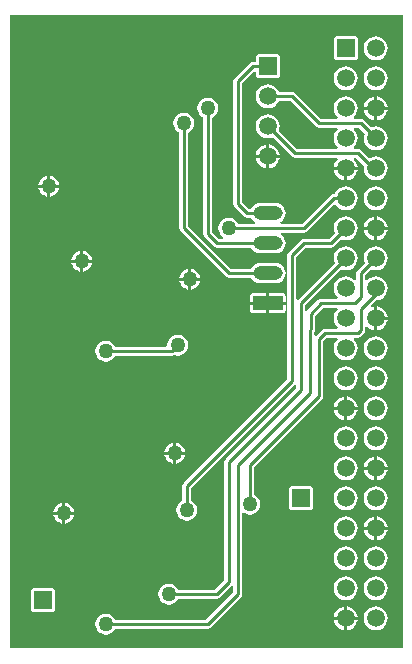
<source format=gbl>
G04 Layer_Physical_Order=10*
G04 Layer_Color=16711680*
%FSLAX25Y25*%
%MOIN*%
G70*
G01*
G75*
%ADD16C,0.01000*%
%ADD18R,0.05905X0.05905*%
%ADD19C,0.05905*%
%ADD20R,0.05905X0.05905*%
%ADD21R,0.09842X0.04724*%
%ADD22O,0.09842X0.04724*%
%ADD23C,0.05000*%
G36*
X131000Y0D02*
X0D01*
Y211000D01*
X131000D01*
Y0D01*
D02*
G37*
%LPC*%
G36*
X54500Y64500D02*
X51536D01*
X51590Y64086D01*
X51943Y63235D01*
X52504Y62504D01*
X53235Y61943D01*
X54086Y61590D01*
X54500Y61536D01*
Y64500D01*
D02*
G37*
G36*
X122500Y63921D02*
Y60500D01*
X125921D01*
X125851Y61032D01*
X125453Y61993D01*
X124819Y62819D01*
X123993Y63453D01*
X123032Y63851D01*
X122500Y63921D01*
D02*
G37*
G36*
X58464Y64500D02*
X55500D01*
Y61536D01*
X55914Y61590D01*
X56765Y61943D01*
X57496Y62504D01*
X58057Y63235D01*
X58410Y64086D01*
X58464Y64500D01*
D02*
G37*
G36*
X55500Y68464D02*
Y65500D01*
X58464D01*
X58410Y65914D01*
X58057Y66765D01*
X57496Y67496D01*
X56765Y68057D01*
X55914Y68410D01*
X55500Y68464D01*
D02*
G37*
G36*
X54500D02*
X54086Y68410D01*
X53235Y68057D01*
X52504Y67496D01*
X51943Y66765D01*
X51590Y65914D01*
X51536Y65500D01*
X54500D01*
Y68464D01*
D02*
G37*
G36*
X112000Y63987D02*
X110968Y63851D01*
X110007Y63453D01*
X109181Y62819D01*
X108547Y61993D01*
X108149Y61032D01*
X108013Y60000D01*
X108149Y58968D01*
X108547Y58007D01*
X109181Y57181D01*
X110007Y56547D01*
X110968Y56149D01*
X112000Y56013D01*
X113032Y56149D01*
X113993Y56547D01*
X114819Y57181D01*
X115453Y58007D01*
X115851Y58968D01*
X115987Y60000D01*
X115851Y61032D01*
X115453Y61993D01*
X114819Y62819D01*
X113993Y63453D01*
X113032Y63851D01*
X112000Y63987D01*
D02*
G37*
G36*
X99953Y53972D02*
X94047D01*
X93657Y53895D01*
X93326Y53674D01*
X93105Y53343D01*
X93028Y52953D01*
Y47047D01*
X93105Y46657D01*
X93326Y46326D01*
X93657Y46105D01*
X94047Y46028D01*
X99953D01*
X100343Y46105D01*
X100674Y46326D01*
X100895Y46657D01*
X100972Y47047D01*
Y52953D01*
X100895Y53343D01*
X100674Y53674D01*
X100343Y53895D01*
X99953Y53972D01*
D02*
G37*
G36*
X121500Y59500D02*
X118079D01*
X118149Y58968D01*
X118547Y58007D01*
X119181Y57181D01*
X120007Y56547D01*
X120968Y56149D01*
X121500Y56079D01*
Y59500D01*
D02*
G37*
G36*
Y63921D02*
X120968Y63851D01*
X120007Y63453D01*
X119181Y62819D01*
X118547Y61993D01*
X118149Y61032D01*
X118079Y60500D01*
X121500D01*
Y63921D01*
D02*
G37*
G36*
X125921Y59500D02*
X122500D01*
Y56079D01*
X123032Y56149D01*
X123993Y56547D01*
X124819Y57181D01*
X125453Y58007D01*
X125851Y58968D01*
X125921Y59500D01*
D02*
G37*
G36*
X112500Y83921D02*
Y80500D01*
X115921D01*
X115851Y81032D01*
X115453Y81993D01*
X114819Y82819D01*
X113993Y83453D01*
X113032Y83851D01*
X112500Y83921D01*
D02*
G37*
G36*
X111500D02*
X110968Y83851D01*
X110007Y83453D01*
X109181Y82819D01*
X108547Y81993D01*
X108149Y81032D01*
X108079Y80500D01*
X111500D01*
Y83921D01*
D02*
G37*
G36*
X112000Y93987D02*
X110968Y93851D01*
X110007Y93453D01*
X109181Y92819D01*
X108547Y91993D01*
X108149Y91032D01*
X108013Y90000D01*
X108149Y88968D01*
X108547Y88007D01*
X109181Y87181D01*
X110007Y86547D01*
X110968Y86149D01*
X112000Y86013D01*
X113032Y86149D01*
X113993Y86547D01*
X114819Y87181D01*
X115453Y88007D01*
X115851Y88968D01*
X115987Y90000D01*
X115851Y91032D01*
X115453Y91993D01*
X114819Y92819D01*
X113993Y93453D01*
X113032Y93851D01*
X112000Y93987D01*
D02*
G37*
G36*
X122000Y103987D02*
X120968Y103851D01*
X120007Y103453D01*
X119181Y102819D01*
X118547Y101993D01*
X118149Y101032D01*
X118013Y100000D01*
X118149Y98968D01*
X118547Y98007D01*
X119181Y97181D01*
X120007Y96547D01*
X120968Y96149D01*
X122000Y96013D01*
X123032Y96149D01*
X123993Y96547D01*
X124819Y97181D01*
X125453Y98007D01*
X125851Y98968D01*
X125987Y100000D01*
X125851Y101032D01*
X125453Y101993D01*
X124819Y102819D01*
X123993Y103453D01*
X123032Y103851D01*
X122000Y103987D01*
D02*
G37*
G36*
Y93987D02*
X120968Y93851D01*
X120007Y93453D01*
X119181Y92819D01*
X118547Y91993D01*
X118149Y91032D01*
X118013Y90000D01*
X118149Y88968D01*
X118547Y88007D01*
X119181Y87181D01*
X120007Y86547D01*
X120968Y86149D01*
X122000Y86013D01*
X123032Y86149D01*
X123993Y86547D01*
X124819Y87181D01*
X125453Y88007D01*
X125851Y88968D01*
X125987Y90000D01*
X125851Y91032D01*
X125453Y91993D01*
X124819Y92819D01*
X123993Y93453D01*
X123032Y93851D01*
X122000Y93987D01*
D02*
G37*
G36*
Y73987D02*
X120968Y73851D01*
X120007Y73453D01*
X119181Y72819D01*
X118547Y71993D01*
X118149Y71032D01*
X118013Y70000D01*
X118149Y68968D01*
X118547Y68007D01*
X119181Y67181D01*
X120007Y66547D01*
X120968Y66149D01*
X122000Y66013D01*
X123032Y66149D01*
X123993Y66547D01*
X124819Y67181D01*
X125453Y68007D01*
X125851Y68968D01*
X125987Y70000D01*
X125851Y71032D01*
X125453Y71993D01*
X124819Y72819D01*
X123993Y73453D01*
X123032Y73851D01*
X122000Y73987D01*
D02*
G37*
G36*
X112000D02*
X110968Y73851D01*
X110007Y73453D01*
X109181Y72819D01*
X108547Y71993D01*
X108149Y71032D01*
X108013Y70000D01*
X108149Y68968D01*
X108547Y68007D01*
X109181Y67181D01*
X110007Y66547D01*
X110968Y66149D01*
X112000Y66013D01*
X113032Y66149D01*
X113993Y66547D01*
X114819Y67181D01*
X115453Y68007D01*
X115851Y68968D01*
X115987Y70000D01*
X115851Y71032D01*
X115453Y71993D01*
X114819Y72819D01*
X113993Y73453D01*
X113032Y73851D01*
X112000Y73987D01*
D02*
G37*
G36*
X122000Y83987D02*
X120968Y83851D01*
X120007Y83453D01*
X119181Y82819D01*
X118547Y81993D01*
X118149Y81032D01*
X118013Y80000D01*
X118149Y78968D01*
X118547Y78007D01*
X119181Y77181D01*
X120007Y76547D01*
X120968Y76149D01*
X122000Y76013D01*
X123032Y76149D01*
X123993Y76547D01*
X124819Y77181D01*
X125453Y78007D01*
X125851Y78968D01*
X125987Y80000D01*
X125851Y81032D01*
X125453Y81993D01*
X124819Y82819D01*
X123993Y83453D01*
X123032Y83851D01*
X122000Y83987D01*
D02*
G37*
G36*
X115921Y79500D02*
X112500D01*
Y76079D01*
X113032Y76149D01*
X113993Y76547D01*
X114819Y77181D01*
X115453Y78007D01*
X115851Y78968D01*
X115921Y79500D01*
D02*
G37*
G36*
X111500D02*
X108079D01*
X108149Y78968D01*
X108547Y78007D01*
X109181Y77181D01*
X110007Y76547D01*
X110968Y76149D01*
X111500Y76079D01*
Y79500D01*
D02*
G37*
G36*
X122000Y53987D02*
X120968Y53851D01*
X120007Y53453D01*
X119181Y52819D01*
X118547Y51993D01*
X118149Y51032D01*
X118013Y50000D01*
X118149Y48968D01*
X118547Y48007D01*
X119181Y47181D01*
X120007Y46547D01*
X120968Y46149D01*
X122000Y46013D01*
X123032Y46149D01*
X123993Y46547D01*
X124819Y47181D01*
X125453Y48007D01*
X125851Y48968D01*
X125987Y50000D01*
X125851Y51032D01*
X125453Y51993D01*
X124819Y52819D01*
X123993Y53453D01*
X123032Y53851D01*
X122000Y53987D01*
D02*
G37*
G36*
X112000Y23987D02*
X110968Y23851D01*
X110007Y23453D01*
X109181Y22819D01*
X108547Y21993D01*
X108149Y21032D01*
X108013Y20000D01*
X108149Y18968D01*
X108547Y18007D01*
X109181Y17181D01*
X110007Y16547D01*
X110968Y16149D01*
X112000Y16013D01*
X113032Y16149D01*
X113993Y16547D01*
X114819Y17181D01*
X115453Y18007D01*
X115851Y18968D01*
X115987Y20000D01*
X115851Y21032D01*
X115453Y21993D01*
X114819Y22819D01*
X113993Y23453D01*
X113032Y23851D01*
X112000Y23987D01*
D02*
G37*
G36*
X13953Y19972D02*
X8047D01*
X7657Y19895D01*
X7326Y19674D01*
X7105Y19343D01*
X7028Y18953D01*
Y13047D01*
X7105Y12657D01*
X7326Y12326D01*
X7657Y12105D01*
X8047Y12028D01*
X13953D01*
X14343Y12105D01*
X14674Y12326D01*
X14895Y12657D01*
X14972Y13047D01*
Y18953D01*
X14895Y19343D01*
X14674Y19674D01*
X14343Y19895D01*
X13953Y19972D01*
D02*
G37*
G36*
X122000Y23987D02*
X120968Y23851D01*
X120007Y23453D01*
X119181Y22819D01*
X118547Y21993D01*
X118149Y21032D01*
X118013Y20000D01*
X118149Y18968D01*
X118547Y18007D01*
X119181Y17181D01*
X120007Y16547D01*
X120968Y16149D01*
X122000Y16013D01*
X123032Y16149D01*
X123993Y16547D01*
X124819Y17181D01*
X125453Y18007D01*
X125851Y18968D01*
X125987Y20000D01*
X125851Y21032D01*
X125453Y21993D01*
X124819Y22819D01*
X123993Y23453D01*
X123032Y23851D01*
X122000Y23987D01*
D02*
G37*
G36*
Y33987D02*
X120968Y33851D01*
X120007Y33453D01*
X119181Y32819D01*
X118547Y31993D01*
X118149Y31032D01*
X118013Y30000D01*
X118149Y28968D01*
X118547Y28007D01*
X119181Y27181D01*
X120007Y26547D01*
X120968Y26149D01*
X122000Y26013D01*
X123032Y26149D01*
X123993Y26547D01*
X124819Y27181D01*
X125453Y28007D01*
X125851Y28968D01*
X125987Y30000D01*
X125851Y31032D01*
X125453Y31993D01*
X124819Y32819D01*
X123993Y33453D01*
X123032Y33851D01*
X122000Y33987D01*
D02*
G37*
G36*
X112000D02*
X110968Y33851D01*
X110007Y33453D01*
X109181Y32819D01*
X108547Y31993D01*
X108149Y31032D01*
X108013Y30000D01*
X108149Y28968D01*
X108547Y28007D01*
X109181Y27181D01*
X110007Y26547D01*
X110968Y26149D01*
X112000Y26013D01*
X113032Y26149D01*
X113993Y26547D01*
X114819Y27181D01*
X115453Y28007D01*
X115851Y28968D01*
X115987Y30000D01*
X115851Y31032D01*
X115453Y31993D01*
X114819Y32819D01*
X113993Y33453D01*
X113032Y33851D01*
X112000Y33987D01*
D02*
G37*
G36*
X111500Y9500D02*
X108079D01*
X108149Y8968D01*
X108547Y8007D01*
X109181Y7181D01*
X110007Y6547D01*
X110968Y6149D01*
X111500Y6079D01*
Y9500D01*
D02*
G37*
G36*
X122000Y13987D02*
X120968Y13851D01*
X120007Y13453D01*
X119181Y12819D01*
X118547Y11993D01*
X118149Y11032D01*
X118013Y10000D01*
X118149Y8968D01*
X118547Y8007D01*
X119181Y7181D01*
X120007Y6547D01*
X120968Y6149D01*
X122000Y6013D01*
X123032Y6149D01*
X123993Y6547D01*
X124819Y7181D01*
X125453Y8007D01*
X125851Y8968D01*
X125987Y10000D01*
X125851Y11032D01*
X125453Y11993D01*
X124819Y12819D01*
X123993Y13453D01*
X123032Y13851D01*
X122000Y13987D01*
D02*
G37*
G36*
X115921Y9500D02*
X112500D01*
Y6079D01*
X113032Y6149D01*
X113993Y6547D01*
X114819Y7181D01*
X115453Y8007D01*
X115851Y8968D01*
X115921Y9500D01*
D02*
G37*
G36*
X112500Y13921D02*
Y10500D01*
X115921D01*
X115851Y11032D01*
X115453Y11993D01*
X114819Y12819D01*
X113993Y13453D01*
X113032Y13851D01*
X112500Y13921D01*
D02*
G37*
G36*
X111500D02*
X110968Y13851D01*
X110007Y13453D01*
X109181Y12819D01*
X108547Y11993D01*
X108149Y11032D01*
X108079Y10500D01*
X111500D01*
Y13921D01*
D02*
G37*
G36*
X21464Y44500D02*
X18500D01*
Y41536D01*
X18914Y41590D01*
X19765Y41943D01*
X20496Y42504D01*
X21057Y43235D01*
X21410Y44086D01*
X21464Y44500D01*
D02*
G37*
G36*
X17500D02*
X14536D01*
X14590Y44086D01*
X14943Y43235D01*
X15504Y42504D01*
X16235Y41943D01*
X17086Y41590D01*
X17500Y41536D01*
Y44500D01*
D02*
G37*
G36*
Y48464D02*
X17086Y48410D01*
X16235Y48057D01*
X15504Y47496D01*
X14943Y46765D01*
X14590Y45914D01*
X14536Y45500D01*
X17500D01*
Y48464D01*
D02*
G37*
G36*
X112000Y53987D02*
X110968Y53851D01*
X110007Y53453D01*
X109181Y52819D01*
X108547Y51993D01*
X108149Y51032D01*
X108013Y50000D01*
X108149Y48968D01*
X108547Y48007D01*
X109181Y47181D01*
X110007Y46547D01*
X110968Y46149D01*
X112000Y46013D01*
X113032Y46149D01*
X113993Y46547D01*
X114819Y47181D01*
X115453Y48007D01*
X115851Y48968D01*
X115987Y50000D01*
X115851Y51032D01*
X115453Y51993D01*
X114819Y52819D01*
X113993Y53453D01*
X113032Y53851D01*
X112000Y53987D01*
D02*
G37*
G36*
X18500Y48464D02*
Y45500D01*
X21464D01*
X21410Y45914D01*
X21057Y46765D01*
X20496Y47496D01*
X19765Y48057D01*
X18914Y48410D01*
X18500Y48464D01*
D02*
G37*
G36*
X121500Y39500D02*
X118079D01*
X118149Y38968D01*
X118547Y38007D01*
X119181Y37181D01*
X120007Y36547D01*
X120968Y36149D01*
X121500Y36079D01*
Y39500D01*
D02*
G37*
G36*
X112000Y43987D02*
X110968Y43851D01*
X110007Y43453D01*
X109181Y42819D01*
X108547Y41993D01*
X108149Y41032D01*
X108013Y40000D01*
X108149Y38968D01*
X108547Y38007D01*
X109181Y37181D01*
X110007Y36547D01*
X110968Y36149D01*
X112000Y36013D01*
X113032Y36149D01*
X113993Y36547D01*
X114819Y37181D01*
X115453Y38007D01*
X115851Y38968D01*
X115987Y40000D01*
X115851Y41032D01*
X115453Y41993D01*
X114819Y42819D01*
X113993Y43453D01*
X113032Y43851D01*
X112000Y43987D01*
D02*
G37*
G36*
X125921Y39500D02*
X122500D01*
Y36079D01*
X123032Y36149D01*
X123993Y36547D01*
X124819Y37181D01*
X125453Y38007D01*
X125851Y38968D01*
X125921Y39500D01*
D02*
G37*
G36*
X122500Y43921D02*
Y40500D01*
X125921D01*
X125851Y41032D01*
X125453Y41993D01*
X124819Y42819D01*
X123993Y43453D01*
X123032Y43851D01*
X122500Y43921D01*
D02*
G37*
G36*
X121500D02*
X120968Y43851D01*
X120007Y43453D01*
X119181Y42819D01*
X118547Y41993D01*
X118149Y41032D01*
X118079Y40500D01*
X121500D01*
Y43921D01*
D02*
G37*
G36*
X56000Y104530D02*
X55086Y104410D01*
X54235Y104057D01*
X53504Y103496D01*
X52943Y102765D01*
X52590Y101914D01*
X52470Y101000D01*
X52482Y100905D01*
X52153Y100529D01*
X35155D01*
X35057Y100765D01*
X34496Y101496D01*
X33765Y102057D01*
X32914Y102410D01*
X32000Y102530D01*
X31086Y102410D01*
X30235Y102057D01*
X29504Y101496D01*
X28943Y100765D01*
X28590Y99914D01*
X28470Y99000D01*
X28590Y98086D01*
X28943Y97235D01*
X29504Y96504D01*
X30235Y95943D01*
X31086Y95590D01*
X32000Y95470D01*
X32914Y95590D01*
X33765Y95943D01*
X34496Y96504D01*
X35057Y97235D01*
X35155Y97471D01*
X54000D01*
X54585Y97587D01*
X54780Y97717D01*
X55086Y97590D01*
X56000Y97470D01*
X56914Y97590D01*
X57765Y97943D01*
X58496Y98504D01*
X59057Y99235D01*
X59410Y100086D01*
X59530Y101000D01*
X59410Y101914D01*
X59057Y102765D01*
X58496Y103496D01*
X57765Y104057D01*
X56914Y104410D01*
X56000Y104530D01*
D02*
G37*
G36*
X115921Y159500D02*
X112500D01*
Y156079D01*
X113032Y156149D01*
X113993Y156547D01*
X114819Y157181D01*
X115453Y158007D01*
X115851Y158968D01*
X115921Y159500D01*
D02*
G37*
G36*
X111500D02*
X108079D01*
X108149Y158968D01*
X108547Y158007D01*
X109181Y157181D01*
X110007Y156547D01*
X110968Y156149D01*
X111500Y156079D01*
Y159500D01*
D02*
G37*
G36*
X85500Y163500D02*
X82079D01*
X82149Y162968D01*
X82547Y162007D01*
X83181Y161181D01*
X84007Y160547D01*
X84968Y160149D01*
X85500Y160079D01*
Y163500D01*
D02*
G37*
G36*
Y167921D02*
X84968Y167851D01*
X84007Y167453D01*
X83181Y166819D01*
X82547Y165993D01*
X82149Y165032D01*
X82079Y164500D01*
X85500D01*
Y167921D01*
D02*
G37*
G36*
X89921Y163500D02*
X86500D01*
Y160079D01*
X87032Y160149D01*
X87993Y160547D01*
X88819Y161181D01*
X89453Y162007D01*
X89851Y162968D01*
X89921Y163500D01*
D02*
G37*
G36*
X12500Y153500D02*
X9536D01*
X9590Y153086D01*
X9943Y152235D01*
X10504Y151504D01*
X11235Y150943D01*
X12086Y150590D01*
X12500Y150536D01*
Y153500D01*
D02*
G37*
G36*
X122000Y153987D02*
X120968Y153851D01*
X120007Y153453D01*
X119181Y152819D01*
X118547Y151993D01*
X118149Y151032D01*
X118013Y150000D01*
X118149Y148968D01*
X118547Y148007D01*
X119181Y147181D01*
X120007Y146547D01*
X120968Y146149D01*
X122000Y146013D01*
X123032Y146149D01*
X123993Y146547D01*
X124819Y147181D01*
X125453Y148007D01*
X125851Y148968D01*
X125987Y150000D01*
X125851Y151032D01*
X125453Y151993D01*
X124819Y152819D01*
X123993Y153453D01*
X123032Y153851D01*
X122000Y153987D01*
D02*
G37*
G36*
X16464Y153500D02*
X13500D01*
Y150536D01*
X13914Y150590D01*
X14765Y150943D01*
X15496Y151504D01*
X16057Y152235D01*
X16410Y153086D01*
X16464Y153500D01*
D02*
G37*
G36*
X13500Y157464D02*
Y154500D01*
X16464D01*
X16410Y154914D01*
X16057Y155765D01*
X15496Y156496D01*
X14765Y157057D01*
X13914Y157410D01*
X13500Y157464D01*
D02*
G37*
G36*
X12500D02*
X12086Y157410D01*
X11235Y157057D01*
X10504Y156496D01*
X9943Y155765D01*
X9590Y154914D01*
X9536Y154500D01*
X12500D01*
Y157464D01*
D02*
G37*
G36*
X86500Y167921D02*
Y164500D01*
X89921D01*
X89851Y165032D01*
X89453Y165993D01*
X88819Y166819D01*
X87993Y167453D01*
X87032Y167851D01*
X86500Y167921D01*
D02*
G37*
G36*
X122000Y193987D02*
X120968Y193851D01*
X120007Y193453D01*
X119181Y192819D01*
X118547Y191993D01*
X118149Y191032D01*
X118013Y190000D01*
X118149Y188968D01*
X118547Y188007D01*
X119181Y187181D01*
X120007Y186547D01*
X120968Y186149D01*
X122000Y186013D01*
X123032Y186149D01*
X123993Y186547D01*
X124819Y187181D01*
X125453Y188007D01*
X125851Y188968D01*
X125987Y190000D01*
X125851Y191032D01*
X125453Y191993D01*
X124819Y192819D01*
X123993Y193453D01*
X123032Y193851D01*
X122000Y193987D01*
D02*
G37*
G36*
X112000D02*
X110968Y193851D01*
X110007Y193453D01*
X109181Y192819D01*
X108547Y191993D01*
X108149Y191032D01*
X108013Y190000D01*
X108149Y188968D01*
X108547Y188007D01*
X109181Y187181D01*
X110007Y186547D01*
X110968Y186149D01*
X112000Y186013D01*
X113032Y186149D01*
X113993Y186547D01*
X114819Y187181D01*
X115453Y188007D01*
X115851Y188968D01*
X115987Y190000D01*
X115851Y191032D01*
X115453Y191993D01*
X114819Y192819D01*
X113993Y193453D01*
X113032Y193851D01*
X112000Y193987D01*
D02*
G37*
G36*
X88953Y197972D02*
X83047D01*
X82657Y197895D01*
X82326Y197674D01*
X82105Y197343D01*
X82028Y196953D01*
Y195529D01*
X81000D01*
X80415Y195413D01*
X79919Y195081D01*
X74919Y190081D01*
X74587Y189585D01*
X74471Y189000D01*
Y148000D01*
X74587Y147415D01*
X74919Y146919D01*
X77919Y143919D01*
X78415Y143587D01*
X79000Y143471D01*
X80435D01*
X80504Y143304D01*
X81043Y142602D01*
X81745Y142063D01*
X81827Y142029D01*
X81727Y141529D01*
X76155D01*
X76057Y141765D01*
X75496Y142496D01*
X74765Y143057D01*
X73914Y143410D01*
X73000Y143530D01*
X72086Y143410D01*
X71235Y143057D01*
X70504Y142496D01*
X69943Y141765D01*
X69590Y140914D01*
X69470Y140000D01*
X69590Y139086D01*
X69943Y138235D01*
X70504Y137504D01*
X71122Y137029D01*
X70993Y136529D01*
X69634D01*
X67529Y138634D01*
Y176845D01*
X67765Y176943D01*
X68496Y177504D01*
X69057Y178235D01*
X69410Y179086D01*
X69530Y180000D01*
X69410Y180914D01*
X69057Y181765D01*
X68496Y182496D01*
X67765Y183057D01*
X66914Y183410D01*
X66000Y183530D01*
X65086Y183410D01*
X64235Y183057D01*
X63504Y182496D01*
X62943Y181765D01*
X62590Y180914D01*
X62470Y180000D01*
X62590Y179086D01*
X62943Y178235D01*
X63504Y177504D01*
X64235Y176943D01*
X64471Y176845D01*
Y138000D01*
X64587Y137415D01*
X64919Y136919D01*
X67919Y133919D01*
X68415Y133587D01*
X69000Y133471D01*
X80435D01*
X80504Y133304D01*
X81043Y132602D01*
X81745Y132063D01*
X82563Y131724D01*
X83441Y131609D01*
X88559D01*
X89437Y131724D01*
X90255Y132063D01*
X90957Y132602D01*
X91496Y133304D01*
X91835Y134122D01*
X91950Y135000D01*
X91835Y135878D01*
X91496Y136696D01*
X90957Y137398D01*
X90255Y137937D01*
X90173Y137971D01*
X90273Y138471D01*
X98000D01*
X98585Y138587D01*
X99081Y138919D01*
X108090Y147927D01*
X108690Y147820D01*
X109181Y147181D01*
X110007Y146547D01*
X110968Y146149D01*
X112000Y146013D01*
X113032Y146149D01*
X113993Y146547D01*
X114819Y147181D01*
X115453Y148007D01*
X115851Y148968D01*
X115987Y150000D01*
X115851Y151032D01*
X115453Y151993D01*
X114819Y152819D01*
X113993Y153453D01*
X113032Y153851D01*
X112000Y153987D01*
X110968Y153851D01*
X110007Y153453D01*
X109181Y152819D01*
X108547Y151993D01*
X108355Y151529D01*
X108000D01*
X107415Y151413D01*
X106919Y151081D01*
X97366Y141529D01*
X90273D01*
X90173Y142029D01*
X90255Y142063D01*
X90957Y142602D01*
X91496Y143304D01*
X91835Y144122D01*
X91950Y145000D01*
X91835Y145878D01*
X91496Y146696D01*
X90957Y147398D01*
X90255Y147937D01*
X89437Y148276D01*
X88559Y148391D01*
X83441D01*
X82563Y148276D01*
X81745Y147937D01*
X81043Y147398D01*
X80504Y146696D01*
X80435Y146529D01*
X79633D01*
X77529Y148634D01*
Y188366D01*
X81528Y192365D01*
X82028Y192215D01*
Y191047D01*
X82105Y190657D01*
X82326Y190326D01*
X82657Y190105D01*
X83047Y190028D01*
X88953D01*
X89343Y190105D01*
X89674Y190326D01*
X89895Y190657D01*
X89972Y191047D01*
Y196953D01*
X89895Y197343D01*
X89674Y197674D01*
X89343Y197895D01*
X88953Y197972D01*
D02*
G37*
G36*
X114953Y203972D02*
X109047D01*
X108657Y203895D01*
X108326Y203674D01*
X108105Y203343D01*
X108028Y202953D01*
Y197047D01*
X108105Y196657D01*
X108326Y196326D01*
X108657Y196105D01*
X109047Y196028D01*
X114953D01*
X115343Y196105D01*
X115674Y196326D01*
X115895Y196657D01*
X115972Y197047D01*
Y202953D01*
X115895Y203343D01*
X115674Y203674D01*
X115343Y203895D01*
X114953Y203972D01*
D02*
G37*
G36*
X122000Y203987D02*
X120968Y203851D01*
X120007Y203453D01*
X119181Y202819D01*
X118547Y201993D01*
X118149Y201032D01*
X118013Y200000D01*
X118149Y198968D01*
X118547Y198007D01*
X119181Y197181D01*
X120007Y196547D01*
X120968Y196149D01*
X122000Y196013D01*
X123032Y196149D01*
X123993Y196547D01*
X124819Y197181D01*
X125453Y198007D01*
X125851Y198968D01*
X125987Y200000D01*
X125851Y201032D01*
X125453Y201993D01*
X124819Y202819D01*
X123993Y203453D01*
X123032Y203851D01*
X122000Y203987D01*
D02*
G37*
G36*
X121500Y179500D02*
X118079D01*
X118149Y178968D01*
X118547Y178007D01*
X119181Y177181D01*
X120007Y176547D01*
X120968Y176149D01*
X121500Y176079D01*
Y179500D01*
D02*
G37*
G36*
X86000Y187987D02*
X84968Y187851D01*
X84007Y187453D01*
X83181Y186819D01*
X82547Y185993D01*
X82149Y185032D01*
X82013Y184000D01*
X82149Y182968D01*
X82547Y182007D01*
X83181Y181181D01*
X84007Y180547D01*
X84968Y180149D01*
X86000Y180013D01*
X87032Y180149D01*
X87993Y180547D01*
X88819Y181181D01*
X89453Y182007D01*
X89645Y182471D01*
X93366D01*
X101919Y173919D01*
X102415Y173587D01*
X103000Y173471D01*
X109209D01*
X109378Y172971D01*
X109181Y172819D01*
X108547Y171993D01*
X108149Y171032D01*
X108013Y170000D01*
X108149Y168968D01*
X108547Y168007D01*
X109181Y167181D01*
X109378Y167029D01*
X109209Y166529D01*
X95634D01*
X89659Y172504D01*
X89851Y172968D01*
X89987Y174000D01*
X89851Y175032D01*
X89453Y175993D01*
X88819Y176819D01*
X87993Y177453D01*
X87032Y177851D01*
X86000Y177987D01*
X84968Y177851D01*
X84007Y177453D01*
X83181Y176819D01*
X82547Y175993D01*
X82149Y175032D01*
X82013Y174000D01*
X82149Y172968D01*
X82547Y172007D01*
X83181Y171181D01*
X84007Y170547D01*
X84968Y170149D01*
X86000Y170013D01*
X87032Y170149D01*
X87496Y170341D01*
X93919Y163919D01*
X94415Y163587D01*
X95000Y163471D01*
X109209D01*
X109378Y162971D01*
X109181Y162819D01*
X108547Y161993D01*
X108149Y161032D01*
X108079Y160500D01*
X112000D01*
X115921D01*
X115851Y161032D01*
X115453Y161993D01*
X114819Y162819D01*
X114622Y162971D01*
X114792Y163471D01*
X115366D01*
X118109Y160728D01*
X118013Y160000D01*
X118149Y158968D01*
X118547Y158007D01*
X119181Y157181D01*
X120007Y156547D01*
X120968Y156149D01*
X122000Y156013D01*
X123032Y156149D01*
X123993Y156547D01*
X124819Y157181D01*
X125453Y158007D01*
X125851Y158968D01*
X125987Y160000D01*
X125851Y161032D01*
X125453Y161993D01*
X124819Y162819D01*
X123993Y163453D01*
X123032Y163851D01*
X122000Y163987D01*
X120968Y163851D01*
X120007Y163453D01*
X119839Y163324D01*
X117081Y166081D01*
X116585Y166413D01*
X116000Y166529D01*
X114792D01*
X114622Y167029D01*
X114819Y167181D01*
X115453Y168007D01*
X115851Y168968D01*
X115987Y170000D01*
X115851Y171032D01*
X115453Y171993D01*
X114819Y172819D01*
X114622Y172971D01*
X114792Y173471D01*
X116367D01*
X118341Y171496D01*
X118149Y171032D01*
X118013Y170000D01*
X118149Y168968D01*
X118547Y168007D01*
X119181Y167181D01*
X120007Y166547D01*
X120968Y166149D01*
X122000Y166013D01*
X123032Y166149D01*
X123993Y166547D01*
X124819Y167181D01*
X125453Y168007D01*
X125851Y168968D01*
X125987Y170000D01*
X125851Y171032D01*
X125453Y171993D01*
X124819Y172819D01*
X123993Y173453D01*
X123032Y173851D01*
X122000Y173987D01*
X120968Y173851D01*
X120504Y173659D01*
X118081Y176081D01*
X117585Y176413D01*
X117000Y176529D01*
X114792D01*
X114622Y177029D01*
X114819Y177181D01*
X115453Y178007D01*
X115851Y178968D01*
X115987Y180000D01*
X115851Y181032D01*
X115453Y181993D01*
X114819Y182819D01*
X113993Y183453D01*
X113032Y183851D01*
X112000Y183987D01*
X110968Y183851D01*
X110007Y183453D01*
X109181Y182819D01*
X108547Y181993D01*
X108149Y181032D01*
X108013Y180000D01*
X108149Y178968D01*
X108547Y178007D01*
X109181Y177181D01*
X109378Y177029D01*
X109209Y176529D01*
X103633D01*
X95081Y185081D01*
X94585Y185413D01*
X94000Y185529D01*
X89645D01*
X89453Y185993D01*
X88819Y186819D01*
X87993Y187453D01*
X87032Y187851D01*
X86000Y187987D01*
D02*
G37*
G36*
X125921Y179500D02*
X122500D01*
Y176079D01*
X123032Y176149D01*
X123993Y176547D01*
X124819Y177181D01*
X125453Y178007D01*
X125851Y178968D01*
X125921Y179500D01*
D02*
G37*
G36*
X122500Y183921D02*
Y180500D01*
X125921D01*
X125851Y181032D01*
X125453Y181993D01*
X124819Y182819D01*
X123993Y183453D01*
X123032Y183851D01*
X122500Y183921D01*
D02*
G37*
G36*
X121500D02*
X120968Y183851D01*
X120007Y183453D01*
X119181Y182819D01*
X118547Y181993D01*
X118149Y181032D01*
X118079Y180500D01*
X121500D01*
Y183921D01*
D02*
G37*
G36*
X59500Y122500D02*
X56536D01*
X56590Y122086D01*
X56943Y121235D01*
X57504Y120504D01*
X58235Y119943D01*
X59086Y119590D01*
X59500Y119536D01*
Y122500D01*
D02*
G37*
G36*
X90921Y118382D02*
X86500D01*
Y115500D01*
X91941D01*
Y117362D01*
X91863Y117752D01*
X91642Y118083D01*
X91311Y118304D01*
X90921Y118382D01*
D02*
G37*
G36*
X63464Y122500D02*
X60500D01*
Y119536D01*
X60914Y119590D01*
X61765Y119943D01*
X62496Y120504D01*
X63057Y121235D01*
X63410Y122086D01*
X63464Y122500D01*
D02*
G37*
G36*
X59500Y126464D02*
X59086Y126410D01*
X58235Y126057D01*
X57504Y125496D01*
X56943Y124765D01*
X56590Y123914D01*
X56536Y123500D01*
X59500D01*
Y126464D01*
D02*
G37*
G36*
X58000Y178530D02*
X57086Y178410D01*
X56235Y178057D01*
X55504Y177496D01*
X54943Y176765D01*
X54590Y175914D01*
X54470Y175000D01*
X54590Y174086D01*
X54943Y173235D01*
X55504Y172504D01*
X56235Y171943D01*
X56471Y171845D01*
Y140000D01*
X56587Y139415D01*
X56919Y138919D01*
X71919Y123919D01*
X72415Y123587D01*
X73000Y123471D01*
X80435D01*
X80504Y123304D01*
X81043Y122602D01*
X81745Y122063D01*
X82563Y121724D01*
X83441Y121609D01*
X88559D01*
X89437Y121724D01*
X90255Y122063D01*
X90957Y122602D01*
X91496Y123304D01*
X91835Y124122D01*
X91950Y125000D01*
X91835Y125878D01*
X91496Y126696D01*
X90957Y127398D01*
X90255Y127937D01*
X89437Y128276D01*
X88559Y128391D01*
X83441D01*
X82563Y128276D01*
X81745Y127937D01*
X81043Y127398D01*
X80504Y126696D01*
X80435Y126529D01*
X73633D01*
X59529Y140633D01*
Y171845D01*
X59765Y171943D01*
X60496Y172504D01*
X61057Y173235D01*
X61410Y174086D01*
X61530Y175000D01*
X61410Y175914D01*
X61057Y176765D01*
X60496Y177496D01*
X59765Y178057D01*
X58914Y178410D01*
X58000Y178530D01*
D02*
G37*
G36*
X122500Y113921D02*
Y110500D01*
X125921D01*
X125851Y111032D01*
X125453Y111993D01*
X124819Y112819D01*
X123993Y113453D01*
X123032Y113851D01*
X122500Y113921D01*
D02*
G37*
G36*
X125921Y109500D02*
X122500D01*
Y106079D01*
X123032Y106149D01*
X123993Y106547D01*
X124819Y107181D01*
X125453Y108007D01*
X125851Y108968D01*
X125921Y109500D01*
D02*
G37*
G36*
X85500Y114500D02*
X80059D01*
Y112638D01*
X80137Y112248D01*
X80358Y111917D01*
X80689Y111696D01*
X81079Y111618D01*
X85500D01*
Y114500D01*
D02*
G37*
G36*
Y118382D02*
X81079D01*
X80689Y118304D01*
X80358Y118083D01*
X80137Y117752D01*
X80059Y117362D01*
Y115500D01*
X85500D01*
Y118382D01*
D02*
G37*
G36*
X91941Y114500D02*
X86500D01*
Y111618D01*
X90921D01*
X91311Y111696D01*
X91642Y111917D01*
X91863Y112248D01*
X91941Y112638D01*
Y114500D01*
D02*
G37*
G36*
X121500Y139500D02*
X118079D01*
X118149Y138968D01*
X118547Y138007D01*
X119181Y137181D01*
X120007Y136547D01*
X120968Y136149D01*
X121500Y136079D01*
Y139500D01*
D02*
G37*
G36*
X112000Y143987D02*
X110968Y143851D01*
X110007Y143453D01*
X109181Y142819D01*
X108547Y141993D01*
X108149Y141032D01*
X108013Y140000D01*
X108149Y138968D01*
X108341Y138504D01*
X106367Y136529D01*
X98000D01*
X97415Y136413D01*
X96919Y136081D01*
X92919Y132081D01*
X92587Y131585D01*
X92471Y131000D01*
Y89634D01*
X57919Y55081D01*
X57587Y54585D01*
X57471Y54000D01*
Y49155D01*
X57235Y49057D01*
X56504Y48496D01*
X55943Y47765D01*
X55590Y46914D01*
X55470Y46000D01*
X55590Y45086D01*
X55943Y44235D01*
X56504Y43504D01*
X57235Y42943D01*
X58086Y42590D01*
X59000Y42470D01*
X59914Y42590D01*
X60765Y42943D01*
X61496Y43504D01*
X62057Y44235D01*
X62410Y45086D01*
X62530Y46000D01*
X62410Y46914D01*
X62057Y47765D01*
X61496Y48496D01*
X60765Y49057D01*
X60529Y49155D01*
Y53367D01*
X94971Y87808D01*
X95408Y87671D01*
X95471Y87623D01*
Y86633D01*
X71919Y63081D01*
X71587Y62585D01*
X71471Y62000D01*
Y22634D01*
X68366Y19529D01*
X56155D01*
X56057Y19765D01*
X55496Y20496D01*
X54765Y21057D01*
X53914Y21410D01*
X53000Y21530D01*
X52086Y21410D01*
X51235Y21057D01*
X50504Y20496D01*
X49943Y19765D01*
X49590Y18914D01*
X49470Y18000D01*
X49590Y17086D01*
X49943Y16235D01*
X50504Y15504D01*
X51235Y14943D01*
X52086Y14590D01*
X53000Y14470D01*
X53914Y14590D01*
X54765Y14943D01*
X55496Y15504D01*
X56057Y16235D01*
X56155Y16471D01*
X69000D01*
X69585Y16587D01*
X70081Y16919D01*
X73971Y20808D01*
X74408Y20671D01*
X74471Y20623D01*
Y18633D01*
X65367Y9529D01*
X35155D01*
X35057Y9765D01*
X34496Y10496D01*
X33765Y11057D01*
X32914Y11410D01*
X32000Y11530D01*
X31086Y11410D01*
X30235Y11057D01*
X29504Y10496D01*
X28943Y9765D01*
X28590Y8914D01*
X28470Y8000D01*
X28590Y7086D01*
X28943Y6235D01*
X29504Y5504D01*
X30235Y4943D01*
X31086Y4590D01*
X32000Y4470D01*
X32914Y4590D01*
X33765Y4943D01*
X34496Y5504D01*
X35057Y6235D01*
X35155Y6471D01*
X66000D01*
X66585Y6587D01*
X67081Y6919D01*
X77081Y16919D01*
X77413Y17415D01*
X77529Y18000D01*
Y44919D01*
X77978Y45140D01*
X78235Y44943D01*
X79086Y44590D01*
X80000Y44470D01*
X80914Y44590D01*
X81765Y44943D01*
X82496Y45504D01*
X83057Y46235D01*
X83410Y47086D01*
X83530Y48000D01*
X83410Y48914D01*
X83057Y49765D01*
X82496Y50496D01*
X81765Y51057D01*
X81529Y51155D01*
Y60366D01*
X104081Y82919D01*
X104413Y83415D01*
X104529Y84000D01*
Y102366D01*
X105633Y103471D01*
X109209D01*
X109378Y102971D01*
X109181Y102819D01*
X108547Y101993D01*
X108149Y101032D01*
X108013Y100000D01*
X108149Y98968D01*
X108547Y98007D01*
X109181Y97181D01*
X110007Y96547D01*
X110968Y96149D01*
X112000Y96013D01*
X113032Y96149D01*
X113993Y96547D01*
X114819Y97181D01*
X115453Y98007D01*
X115851Y98968D01*
X115987Y100000D01*
X115851Y101032D01*
X115453Y101993D01*
X114819Y102819D01*
X114622Y102971D01*
X114792Y103471D01*
X116000D01*
X116585Y103587D01*
X117081Y103919D01*
X118081Y104919D01*
X118413Y105415D01*
X118529Y106000D01*
Y107209D01*
X119029Y107378D01*
X119181Y107181D01*
X120007Y106547D01*
X120968Y106149D01*
X121500Y106079D01*
Y110000D01*
Y113921D01*
X120968Y113851D01*
X120546Y113676D01*
X120263Y114100D01*
X122203Y116040D01*
X123032Y116149D01*
X123993Y116547D01*
X124819Y117181D01*
X125453Y118007D01*
X125851Y118968D01*
X125987Y120000D01*
X125851Y121032D01*
X125453Y121993D01*
X124819Y122819D01*
X123993Y123453D01*
X123032Y123851D01*
X122000Y123987D01*
X120968Y123851D01*
X120007Y123453D01*
X119181Y122819D01*
X119029Y122622D01*
X118529Y122792D01*
Y124366D01*
X120504Y126341D01*
X120968Y126149D01*
X122000Y126013D01*
X123032Y126149D01*
X123993Y126547D01*
X124819Y127181D01*
X125453Y128007D01*
X125851Y128968D01*
X125987Y130000D01*
X125851Y131032D01*
X125453Y131993D01*
X124819Y132819D01*
X123993Y133453D01*
X123032Y133851D01*
X122000Y133987D01*
X120968Y133851D01*
X120007Y133453D01*
X119181Y132819D01*
X118547Y131993D01*
X118149Y131032D01*
X118013Y130000D01*
X118149Y128968D01*
X118341Y128504D01*
X115919Y126081D01*
X115587Y125585D01*
X115471Y125000D01*
Y122792D01*
X114971Y122622D01*
X114819Y122819D01*
X113993Y123453D01*
X113032Y123851D01*
X112000Y123987D01*
X110968Y123851D01*
X110007Y123453D01*
X109181Y122819D01*
X108547Y121993D01*
X108149Y121032D01*
X108013Y120000D01*
X108149Y118968D01*
X108547Y118007D01*
X109181Y117181D01*
X109378Y117029D01*
X109209Y116529D01*
X103750D01*
X103165Y116413D01*
X102669Y116081D01*
X99169Y112581D01*
X99029Y112373D01*
X98529Y112525D01*
Y114366D01*
X110504Y126341D01*
X110968Y126149D01*
X112000Y126013D01*
X113032Y126149D01*
X113993Y126547D01*
X114819Y127181D01*
X115453Y128007D01*
X115851Y128968D01*
X115987Y130000D01*
X115851Y131032D01*
X115453Y131993D01*
X114819Y132819D01*
X113993Y133453D01*
X113032Y133851D01*
X112000Y133987D01*
X110968Y133851D01*
X110007Y133453D01*
X109181Y132819D01*
X108547Y131993D01*
X108149Y131032D01*
X108013Y130000D01*
X108149Y128968D01*
X108341Y128504D01*
X96029Y116192D01*
X95592Y116329D01*
X95529Y116377D01*
Y130367D01*
X98633Y133471D01*
X107000D01*
X107585Y133587D01*
X108081Y133919D01*
X110504Y136341D01*
X110968Y136149D01*
X112000Y136013D01*
X113032Y136149D01*
X113993Y136547D01*
X114819Y137181D01*
X115453Y138007D01*
X115851Y138968D01*
X115987Y140000D01*
X115851Y141032D01*
X115453Y141993D01*
X114819Y142819D01*
X113993Y143453D01*
X113032Y143851D01*
X112000Y143987D01*
D02*
G37*
G36*
X125921Y139500D02*
X122500D01*
Y136079D01*
X123032Y136149D01*
X123993Y136547D01*
X124819Y137181D01*
X125453Y138007D01*
X125851Y138968D01*
X125921Y139500D01*
D02*
G37*
G36*
X122500Y143921D02*
Y140500D01*
X125921D01*
X125851Y141032D01*
X125453Y141993D01*
X124819Y142819D01*
X123993Y143453D01*
X123032Y143851D01*
X122500Y143921D01*
D02*
G37*
G36*
X121500D02*
X120968Y143851D01*
X120007Y143453D01*
X119181Y142819D01*
X118547Y141993D01*
X118149Y141032D01*
X118079Y140500D01*
X121500D01*
Y143921D01*
D02*
G37*
G36*
X23500Y128500D02*
X20536D01*
X20590Y128086D01*
X20943Y127235D01*
X21504Y126504D01*
X22235Y125943D01*
X23086Y125590D01*
X23500Y125536D01*
Y128500D01*
D02*
G37*
G36*
X60500Y126464D02*
Y123500D01*
X63464D01*
X63410Y123914D01*
X63057Y124765D01*
X62496Y125496D01*
X61765Y126057D01*
X60914Y126410D01*
X60500Y126464D01*
D02*
G37*
G36*
X27464Y128500D02*
X24500D01*
Y125536D01*
X24914Y125590D01*
X25765Y125943D01*
X26496Y126504D01*
X27057Y127235D01*
X27410Y128086D01*
X27464Y128500D01*
D02*
G37*
G36*
X24500Y132464D02*
Y129500D01*
X27464D01*
X27410Y129914D01*
X27057Y130765D01*
X26496Y131496D01*
X25765Y132057D01*
X24914Y132410D01*
X24500Y132464D01*
D02*
G37*
G36*
X23500D02*
X23086Y132410D01*
X22235Y132057D01*
X21504Y131496D01*
X20943Y130765D01*
X20590Y129914D01*
X20536Y129500D01*
X23500D01*
Y132464D01*
D02*
G37*
%LPD*%
G36*
X109378Y112971D02*
X109181Y112819D01*
X108547Y111993D01*
X108149Y111032D01*
X108013Y110000D01*
X108149Y108968D01*
X108547Y108007D01*
X109181Y107181D01*
X109378Y107029D01*
X109209Y106529D01*
X105000D01*
X104415Y106413D01*
X103919Y106081D01*
X102029Y104192D01*
X101592Y104329D01*
X101529Y104377D01*
Y105465D01*
X101663Y105665D01*
X101779Y106250D01*
Y110866D01*
X104384Y113471D01*
X109209D01*
X109378Y112971D01*
D02*
G37*
D16*
X79000Y145000D02*
X86000D01*
X76000Y148000D02*
X79000Y145000D01*
X76000Y148000D02*
Y189000D01*
X81000Y194000D01*
X86000D01*
X80000Y48000D02*
Y61000D01*
X103000Y84000D01*
X76000Y61000D02*
X100000Y85000D01*
X73000Y62000D02*
X97000Y86000D01*
X59000Y54000D02*
X94000Y89000D01*
X76000Y18000D02*
Y61000D01*
X59000Y46000D02*
Y54000D01*
X73000Y22000D02*
Y62000D01*
X66000Y8000D02*
X76000Y18000D01*
X69000D02*
X73000Y22000D01*
X103000Y84000D02*
Y103000D01*
X100000Y85000D02*
Y106000D01*
X97000Y86000D02*
Y115000D01*
X103000Y103000D02*
X105000Y105000D01*
X100000Y106000D02*
X100250Y106250D01*
X94000Y89000D02*
Y131000D01*
X97000Y115000D02*
X112000Y130000D01*
X94000Y131000D02*
X98000Y135000D01*
X105000Y105000D02*
X116000D01*
X117000Y106000D01*
Y113000D01*
X122000Y118000D01*
Y120000D01*
X100250Y111500D02*
X103750Y115000D01*
X115000D01*
X100250Y106250D02*
Y111500D01*
X32000Y8000D02*
X66000D01*
X53000Y18000D02*
X69000D01*
X115000Y115000D02*
X117000Y117000D01*
Y125000D01*
X122000Y130000D01*
X73000Y140000D02*
X98000D01*
Y135000D02*
X107000D01*
X112000Y140000D01*
X98000D02*
X108000Y150000D01*
X112000D01*
X86000Y174000D02*
X95000Y165000D01*
X116000D01*
X121000Y160000D01*
X122000D01*
X86000Y184000D02*
X94000D01*
X103000Y175000D01*
X117000D01*
X122000Y170000D01*
X69000Y135000D02*
X86000D01*
X66000Y138000D02*
X69000Y135000D01*
X66000Y138000D02*
Y180000D01*
X54000Y99000D02*
X56000Y101000D01*
X32000Y99000D02*
X54000D01*
X58000Y140000D02*
Y175000D01*
Y140000D02*
X73000Y125000D01*
X86000D01*
D18*
X11000Y16000D02*
D03*
X97000Y50000D02*
D03*
D19*
X86000Y164000D02*
D03*
Y174000D02*
D03*
Y184000D02*
D03*
X122000Y10000D02*
D03*
X112000D02*
D03*
X122000Y20000D02*
D03*
X112000D02*
D03*
X122000Y30000D02*
D03*
X112000D02*
D03*
X122000Y40000D02*
D03*
X112000D02*
D03*
X122000Y50000D02*
D03*
X112000D02*
D03*
X122000Y60000D02*
D03*
X112000D02*
D03*
X122000Y70000D02*
D03*
X112000D02*
D03*
X122000Y80000D02*
D03*
X112000D02*
D03*
X122000Y90000D02*
D03*
X112000D02*
D03*
X122000Y100000D02*
D03*
X112000D02*
D03*
X122000Y110000D02*
D03*
X112000D02*
D03*
X122000Y120000D02*
D03*
X112000D02*
D03*
X122000Y130000D02*
D03*
X112000D02*
D03*
X122000Y140000D02*
D03*
X112000D02*
D03*
X122000Y150000D02*
D03*
X112000D02*
D03*
X122000Y160000D02*
D03*
X112000D02*
D03*
X122000Y170000D02*
D03*
X112000D02*
D03*
X122000Y180000D02*
D03*
X112000D02*
D03*
X122000Y190000D02*
D03*
X112000D02*
D03*
X122000Y200000D02*
D03*
D20*
X86000Y194000D02*
D03*
X112000Y200000D02*
D03*
D21*
X86000Y115000D02*
D03*
D22*
Y125000D02*
D03*
Y135000D02*
D03*
Y145000D02*
D03*
D23*
X55000Y65000D02*
D03*
X18000Y45000D02*
D03*
X60000Y123000D02*
D03*
X24000Y129000D02*
D03*
X13000Y154000D02*
D03*
X80000Y48000D02*
D03*
X32000Y8000D02*
D03*
X53000Y18000D02*
D03*
X59000Y46000D02*
D03*
X73000Y140000D02*
D03*
X56000Y101000D02*
D03*
X32000Y99000D02*
D03*
X66000Y180000D02*
D03*
X58000Y175000D02*
D03*
M02*

</source>
